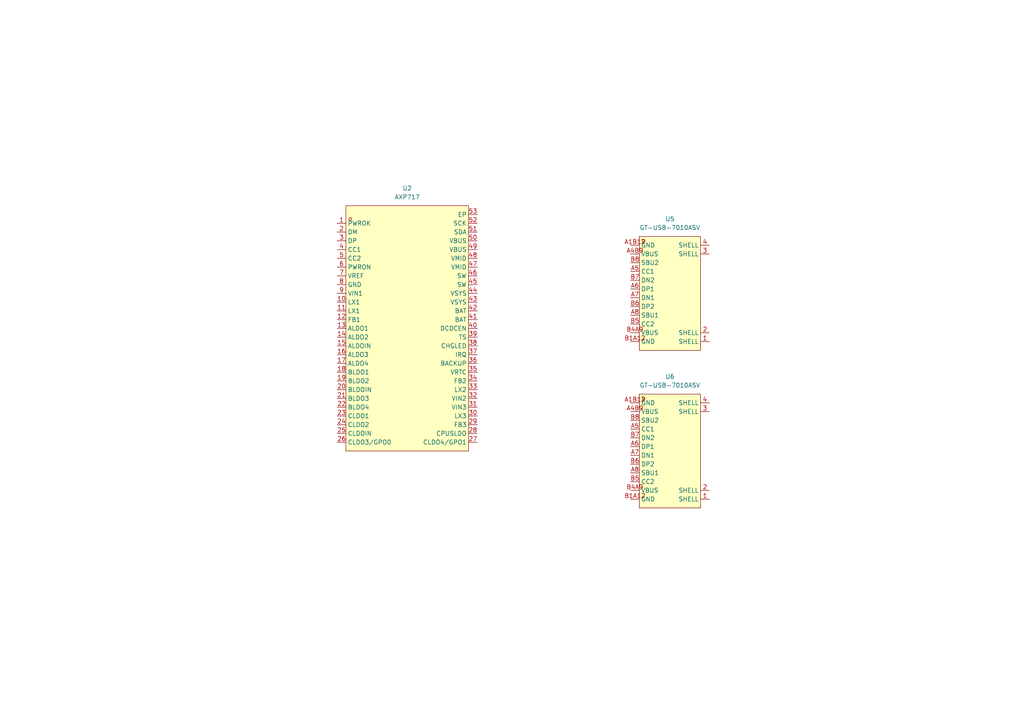
<source format=kicad_sch>
(kicad_sch (version 20250114) (generator "eeschema") (generator_version "9.0")
  (paper "A4")
  (title_block (date "2025-02-20") (rev "V0.1") (company "Matthew Spotten"))
  (lib_symbols
    (symbol "easyeda2kicad:AXP717"
      (property "Reference" "U" (at 0 38.1 0))
      (property "Value" "AXP717" (at 0 -38.1 0))
      (symbol "AXP717_0_1"
        (rectangle (start -17.78 35.56) (end 17.78 -35.56) (fill (type background)))
        (circle (center -16.51 31.75) (radius 0.38))
        (pin unspecified line (at -20.32 30.48 0) (length 2.54) (name "PWROK") (number "1"))
        (pin unspecified line (at -20.32 27.94 0) (length 2.54) (name "DM") (number "2"))
        (pin unspecified line (at -20.32 25.4 0) (length 2.54) (name "DP") (number "3"))
        (pin unspecified line (at -20.32 22.86 0) (length 2.54) (name "CC1") (number "4"))
        (pin unspecified line (at -20.32 20.32 0) (length 2.54) (name "CC2") (number "5"))
        (pin unspecified line (at -20.32 17.78 0) (length 2.54) (name "PWRON") (number "6"))
        (pin unspecified line (at -20.32 15.24 0) (length 2.54) (name "VREF") (number "7"))
        (pin unspecified line (at -20.32 12.7 0) (length 2.54) (name "GND") (number "8"))
        (pin unspecified line (at -20.32 10.16 0) (length 2.54) (name "VIN1") (number "9"))
        (pin unspecified line (at -20.32 7.62 0) (length 2.54) (name "LX1") (number "10"))
        (pin unspecified line (at -20.32 5.08 0) (length 2.54) (name "LX1") (number "11"))
        (pin unspecified line (at -20.32 2.54 0) (length 2.54) (name "FB1") (number "12"))
        (pin unspecified line (at -20.32 0 0) (length 2.54) (name "ALDO1") (number "13"))
        (pin unspecified line (at -20.32 -2.54 0) (length 2.54) (name "ALDO2") (number "14"))
        (pin unspecified line (at -20.32 -5.08 0) (length 2.54) (name "ALDOIN") (number "15"))
        (pin unspecified line (at -20.32 -7.62 0) (length 2.54) (name "ALDO3") (number "16"))
        (pin unspecified line (at -20.32 -10.16 0) (length 2.54) (name "ALDO4") (number "17"))
        (pin unspecified line (at -20.32 -12.7 0) (length 2.54) (name "BLDO1") (number "18"))
        (pin unspecified line (at -20.32 -15.24 0) (length 2.54) (name "BLDO2") (number "19"))
        (pin unspecified line (at -20.32 -17.78 0) (length 2.54) (name "BLDOIN") (number "20"))
        (pin unspecified line (at -20.32 -20.32 0) (length 2.54) (name "BLDO3") (number "21"))
        (pin unspecified line (at -20.32 -22.86 0) (length 2.54) (name "BLDO4") (number "22"))
        (pin unspecified line (at -20.32 -25.4 0) (length 2.54) (name "CLDO1") (number "23"))
        (pin unspecified line (at -20.32 -27.94 0) (length 2.54) (name "CLDO2") (number "24"))
        (pin unspecified line (at -20.32 -30.48 0) (length 2.54) (name "CLDOIN") (number "25"))
        (pin unspecified line (at -20.32 -33.02 0) (length 2.54) (name "CLDO3/GPO0") (number "26"))
        (pin unspecified line (at 20.32 33.02 180) (length 2.54) (name "EP") (number "53"))
        (pin unspecified line (at 20.32 30.48 180) (length 2.54) (name "SCK") (number "52"))
        (pin unspecified line (at 20.32 27.94 180) (length 2.54) (name "SDA") (number "51"))
        (pin unspecified line (at 20.32 25.4 180) (length 2.54) (name "VBUS") (number "50"))
        (pin unspecified line (at 20.32 22.86 180) (length 2.54) (name "VBUS") (number "49"))
        (pin unspecified line (at 20.32 20.32 180) (length 2.54) (name "VMID") (number "48"))
        (pin unspecified line (at 20.32 17.78 180) (length 2.54) (name "VMID") (number "47"))
        (pin unspecified line (at 20.32 15.24 180) (length 2.54) (name "SW") (number "46"))
        (pin unspecified line (at 20.32 12.7 180) (length 2.54) (name "SW") (number "45"))
        (pin unspecified line (at 20.32 10.16 180) (length 2.54) (name "VSYS") (number "44"))
        (pin unspecified line (at 20.32 7.62 180) (length 2.54) (name "VSYS") (number "43"))
        (pin unspecified line (at 20.32 5.08 180) (length 2.54) (name "BAT") (number "42"))
        (pin unspecified line (at 20.32 2.54 180) (length 2.54) (name "BAT") (number "41"))
        (pin unspecified line (at 20.32 0 180) (length 2.54) (name "DCDCEN") (number "40"))
        (pin unspecified line (at 20.32 -2.54 180) (length 2.54) (name "TS") (number "39"))
        (pin unspecified line (at 20.32 -5.08 180) (length 2.54) (name "CHGLED") (number "38"))
        (pin unspecified line (at 20.32 -7.62 180) (length 2.54) (name "IRQ") (number "37"))
        (pin unspecified line (at 20.32 -10.16 180) (length 2.54) (name "BACKUP") (number "36"))
        (pin unspecified line (at 20.32 -12.7 180) (length 2.54) (name "VRTC") (number "35"))
        (pin unspecified line (at 20.32 -15.24 180) (length 2.54) (name "FB2") (number "34"))
        (pin unspecified line (at 20.32 -17.78 180) (length 2.54) (name "LX2") (number "33"))
        (pin unspecified line (at 20.32 -20.32 180) (length 2.54) (name "VIN2") (number "32"))
        (pin unspecified line (at 20.32 -22.86 180) (length 2.54) (name "VIN3") (number "31"))
        (pin unspecified line (at 20.32 -25.4 180) (length 2.54) (name "LX3") (number "30"))
        (pin unspecified line (at 20.32 -27.94 180) (length 2.54) (name "FB3") (number "29"))
        (pin unspecified line (at 20.32 -30.48 180) (length 2.54) (name "CPUSLDO") (number "28"))
        (pin unspecified line (at 20.32 -33.02 180) (length 2.54) (name "CLDO4/GPO1") (number "27"))
      )
    )
    (symbol "easyeda2kicad:GT-USB-7010ASV"
      (property "Reference" "U" (at 0 20.32 0))
      (property "Value" "GT-USB-7010ASV" (at 0 -17.78 0))
      (symbol "GT-USB-7010ASV_0_1"
        (rectangle (start -10.16 17.78) (end 7.62 -15.24) (fill (type background)))
        (circle (center -8.89 16.51) (radius 0.38))
        (pin unspecified line (at -12.7 15.24 0) (length 2.54) (name "GND") (number "A1B12"))
        (pin unspecified line (at -12.7 12.7 0) (length 2.54) (name "VBUS") (number "A4B9"))
        (pin unspecified line (at -12.7 10.16 0) (length 2.54) (name "SBU2") (number "B8"))
        (pin unspecified line (at -12.7 7.62 0) (length 2.54) (name "CC1") (number "A5"))
        (pin unspecified line (at -12.7 5.08 0) (length 2.54) (name "DN2") (number "B7"))
        (pin unspecified line (at -12.7 2.54 0) (length 2.54) (name "DP1") (number "A6"))
        (pin unspecified line (at -12.7 0 0) (length 2.54) (name "DN1") (number "A7"))
        (pin unspecified line (at -12.7 -2.54 0) (length 2.54) (name "DP2") (number "B6"))
        (pin unspecified line (at -12.7 -5.08 0) (length 2.54) (name "SBU1") (number "A8"))
        (pin unspecified line (at -12.7 -7.62 0) (length 2.54) (name "CC2") (number "B5"))
        (pin unspecified line (at -12.7 -10.16 0) (length 2.54) (name "VBUS") (number "B4A9"))
        (pin unspecified line (at -12.7 -12.7 0) (length 2.54) (name "GND") (number "B1A12"))
        (pin unspecified line (at 10.16 15.24 180) (length 2.54) (name "SHELL") (number "4"))
        (pin unspecified line (at 10.16 12.7 180) (length 2.54) (name "SHELL") (number "3"))
        (pin unspecified line (at 10.16 -10.16 180) (length 2.54) (name "SHELL") (number "2"))
        (pin unspecified line (at 10.16 -12.7 180) (length 2.54) (name "SHELL") (number "1"))
      )
    )
  )
  (symbol (lib_id "easyeda2kicad:GT-USB-7010ASV") (at 195.58 132.08 0) (unit 1)
    (property "Reference" "U6" (at 194.31 109.22 0))
    (property "Value" "GT-USB-7010ASV" (at 194.31 111.76 0))
    (property "Footprint" "easyeda2kicad:USB-C-SMD_G-SWITCH_GT-USB-7010ASV" (effects (hide yes)))
    (property "LCSC Part" "C2988369" (effects (hide yes)))
  )
  (symbol (lib_id "easyeda2kicad:AXP717") (at 118.11 95.25 0) (unit 1)
    (property "Reference" "U2" (at 118.11 54.61 0))
    (property "Value" "AXP717" (at 118.11 57.15 0))
    (property "Footprint" "easyeda2kicad:QFN-52_L6.0-W6.0-P0.40-TL-EP4.7" (effects (hide yes)))
    (property "Datasheet" "part datasheets/X-Powers-Tech-AXP717_C2997897.pdf" (effects (hide yes)))
    (property "LCSC Part" "C2997897" (effects (hide yes)))
  )
  (symbol (lib_id "easyeda2kicad:GT-USB-7010ASV") (at 195.58 86.36 0) (unit 1)
    (property "Reference" "U5" (at 194.31 63.5 0))
    (property "Value" "GT-USB-7010ASV" (at 194.31 66.04 0))
    (property "Footprint" "easyeda2kicad:USB-C-SMD_G-SWITCH_GT-USB-7010ASV" (effects (hide yes)))
    (property "LCSC Part" "C2988369" (effects (hide yes)))
  )
)
</source>
